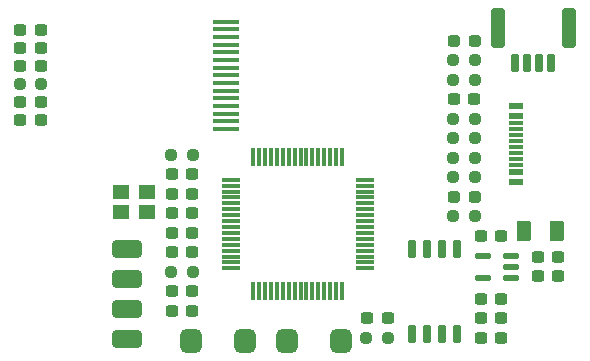
<source format=gbr>
%TF.GenerationSoftware,KiCad,Pcbnew,(7.0.0)*%
%TF.CreationDate,2023-03-01T10:12:44+08:00*%
%TF.ProjectId,DAP_Link_V0_1,4441505f-4c69-46e6-9b5f-56305f312e6b,rev?*%
%TF.SameCoordinates,Original*%
%TF.FileFunction,Paste,Top*%
%TF.FilePolarity,Positive*%
%FSLAX46Y46*%
G04 Gerber Fmt 4.6, Leading zero omitted, Abs format (unit mm)*
G04 Created by KiCad (PCBNEW (7.0.0)) date 2023-03-01 10:12:44*
%MOMM*%
%LPD*%
G01*
G04 APERTURE LIST*
G04 Aperture macros list*
%AMRoundRect*
0 Rectangle with rounded corners*
0 $1 Rounding radius*
0 $2 $3 $4 $5 $6 $7 $8 $9 X,Y pos of 4 corners*
0 Add a 4 corners polygon primitive as box body*
4,1,4,$2,$3,$4,$5,$6,$7,$8,$9,$2,$3,0*
0 Add four circle primitives for the rounded corners*
1,1,$1+$1,$2,$3*
1,1,$1+$1,$4,$5*
1,1,$1+$1,$6,$7*
1,1,$1+$1,$8,$9*
0 Add four rect primitives between the rounded corners*
20,1,$1+$1,$2,$3,$4,$5,0*
20,1,$1+$1,$4,$5,$6,$7,0*
20,1,$1+$1,$6,$7,$8,$9,0*
20,1,$1+$1,$8,$9,$2,$3,0*%
G04 Aperture macros list end*
%ADD10RoundRect,0.087500X-1.012500X-0.087500X1.012500X-0.087500X1.012500X0.087500X-1.012500X0.087500X0*%
%ADD11RoundRect,0.137500X0.525000X0.137500X-0.525000X0.137500X-0.525000X-0.137500X0.525000X-0.137500X0*%
%ADD12RoundRect,0.237500X-0.300000X-0.237500X0.300000X-0.237500X0.300000X0.237500X-0.300000X0.237500X0*%
%ADD13RoundRect,0.237500X0.300000X0.237500X-0.300000X0.237500X-0.300000X-0.237500X0.300000X-0.237500X0*%
%ADD14RoundRect,0.237500X0.250000X0.237500X-0.250000X0.237500X-0.250000X-0.237500X0.250000X-0.237500X0*%
%ADD15RoundRect,0.300000X-0.300000X-1.390000X0.300000X-1.390000X0.300000X1.390000X-0.300000X1.390000X0*%
%ADD16RoundRect,0.150000X-0.150000X-0.650000X0.150000X-0.650000X0.150000X0.650000X-0.150000X0.650000X0*%
%ADD17RoundRect,0.075000X-0.700000X-0.075000X0.700000X-0.075000X0.700000X0.075000X-0.700000X0.075000X0*%
%ADD18RoundRect,0.075000X-0.075000X-0.700000X0.075000X-0.700000X0.075000X0.700000X-0.075000X0.700000X0*%
%ADD19RoundRect,0.237500X-0.250000X-0.237500X0.250000X-0.237500X0.250000X0.237500X-0.250000X0.237500X0*%
%ADD20RoundRect,0.237500X-0.287500X-0.237500X0.287500X-0.237500X0.287500X0.237500X-0.287500X0.237500X0*%
%ADD21R,1.150000X0.600000*%
%ADD22R,1.150000X0.300000*%
%ADD23RoundRect,0.450000X-0.450000X-0.550000X0.450000X-0.550000X0.450000X0.550000X-0.450000X0.550000X0*%
%ADD24RoundRect,0.450000X0.450000X0.550000X-0.450000X0.550000X-0.450000X-0.550000X0.450000X-0.550000X0*%
%ADD25RoundRect,0.250000X-0.375000X-0.625000X0.375000X-0.625000X0.375000X0.625000X-0.375000X0.625000X0*%
%ADD26RoundRect,0.381000X0.889000X0.381000X-0.889000X0.381000X-0.889000X-0.381000X0.889000X-0.381000X0*%
%ADD27R,1.400000X1.200000*%
%ADD28RoundRect,0.150000X-0.150000X0.650000X-0.150000X-0.650000X0.150000X-0.650000X0.150000X0.650000X0*%
G04 APERTURE END LIST*
D10*
%TO.C,OLED1*%
X101600000Y-64518200D03*
X101600000Y-63868200D03*
X101600000Y-63218200D03*
X101600000Y-62568200D03*
X101600000Y-61918200D03*
X101600000Y-61268200D03*
X101600000Y-60618200D03*
X101600000Y-59968200D03*
X101600000Y-59318200D03*
X101600000Y-58668200D03*
X101600000Y-58018200D03*
X101600000Y-57368200D03*
X101600000Y-56718200D03*
X101600000Y-56068200D03*
X101600000Y-55418200D03*
%TD*%
D11*
%TO.C,U3*%
X125768500Y-77150000D03*
X125768500Y-76200000D03*
X125768500Y-75250000D03*
X123368500Y-75250000D03*
X123368500Y-77150000D03*
%TD*%
D12*
%TO.C,C5*%
X84228000Y-62195000D03*
X85953000Y-62195000D03*
%TD*%
D13*
%TO.C,C8*%
X124949500Y-82169000D03*
X123224500Y-82169000D03*
%TD*%
D14*
%TO.C,R10*%
X122713500Y-68580000D03*
X120888500Y-68580000D03*
%TD*%
D12*
%TO.C,C13*%
X113599000Y-80518000D03*
X115324000Y-80518000D03*
%TD*%
D15*
%TO.C,J1*%
X124643000Y-55979000D03*
X130643000Y-55979000D03*
D16*
X126143000Y-58939000D03*
X127143000Y-58939000D03*
X128143000Y-58939000D03*
X129143000Y-58939000D03*
%TD*%
D17*
%TO.C,U2*%
X102025000Y-68807000D03*
X102025000Y-69307000D03*
X102025000Y-69807000D03*
X102025000Y-70307000D03*
X102025000Y-70807000D03*
X102025000Y-71307000D03*
X102025000Y-71807000D03*
X102025000Y-72307000D03*
X102025000Y-72807000D03*
X102025000Y-73307000D03*
X102025000Y-73807000D03*
X102025000Y-74307000D03*
X102025000Y-74807000D03*
X102025000Y-75307000D03*
X102025000Y-75807000D03*
X102025000Y-76307000D03*
D18*
X103950000Y-78232000D03*
X104450000Y-78232000D03*
X104950000Y-78232000D03*
X105450000Y-78232000D03*
X105950000Y-78232000D03*
X106450000Y-78232000D03*
X106950000Y-78232000D03*
X107450000Y-78232000D03*
X107950000Y-78232000D03*
X108450000Y-78232000D03*
X108950000Y-78232000D03*
X109450000Y-78232000D03*
X109950000Y-78232000D03*
X110450000Y-78232000D03*
X110950000Y-78232000D03*
X111450000Y-78232000D03*
D17*
X113375000Y-76307000D03*
X113375000Y-75807000D03*
X113375000Y-75307000D03*
X113375000Y-74807000D03*
X113375000Y-74307000D03*
X113375000Y-73807000D03*
X113375000Y-73307000D03*
X113375000Y-72807000D03*
X113375000Y-72307000D03*
X113375000Y-71807000D03*
X113375000Y-71307000D03*
X113375000Y-70807000D03*
X113375000Y-70307000D03*
X113375000Y-69807000D03*
X113375000Y-69307000D03*
X113375000Y-68807000D03*
D18*
X111450000Y-66882000D03*
X110950000Y-66882000D03*
X110450000Y-66882000D03*
X109950000Y-66882000D03*
X109450000Y-66882000D03*
X108950000Y-66882000D03*
X108450000Y-66882000D03*
X107950000Y-66882000D03*
X107450000Y-66882000D03*
X106950000Y-66882000D03*
X106450000Y-66882000D03*
X105950000Y-66882000D03*
X105450000Y-66882000D03*
X104950000Y-66882000D03*
X104450000Y-66882000D03*
X103950000Y-66882000D03*
%TD*%
D19*
%TO.C,R8*%
X120888500Y-65278000D03*
X122713500Y-65278000D03*
%TD*%
D12*
%TO.C,C17*%
X128042500Y-75311000D03*
X129767500Y-75311000D03*
%TD*%
D13*
%TO.C,C4*%
X85953000Y-63719000D03*
X84228000Y-63719000D03*
%TD*%
%TO.C,C7*%
X98779500Y-73279000D03*
X97054500Y-73279000D03*
%TD*%
D20*
%TO.C,D2*%
X120926000Y-57023000D03*
X122676000Y-57023000D03*
%TD*%
D19*
%TO.C,R5*%
X97004500Y-76581000D03*
X98829500Y-76581000D03*
%TD*%
D21*
%TO.C,USB1*%
X126160999Y-68985999D03*
X126160999Y-68185999D03*
D22*
X126160999Y-67035999D03*
X126160999Y-66035999D03*
X126160999Y-65535999D03*
X126160999Y-67535999D03*
D21*
X126160999Y-62585999D03*
X126160999Y-63385999D03*
D22*
X126160999Y-64035999D03*
X126160999Y-65035999D03*
X126160999Y-66535999D03*
X126160999Y-64535999D03*
%TD*%
D13*
%TO.C,C3*%
X98779500Y-71628000D03*
X97054500Y-71628000D03*
%TD*%
D12*
%TO.C,C18*%
X123224500Y-73533000D03*
X124949500Y-73533000D03*
%TD*%
D23*
%TO.C,SW2*%
X98673000Y-82423000D03*
X103273000Y-82423000D03*
%TD*%
D19*
%TO.C,R7*%
X120888500Y-66929000D03*
X122713500Y-66929000D03*
%TD*%
%TO.C,R6*%
X113522500Y-82169000D03*
X115347500Y-82169000D03*
%TD*%
D13*
%TO.C,C10*%
X98779500Y-79883000D03*
X97054500Y-79883000D03*
%TD*%
D24*
%TO.C,SW1*%
X111401000Y-82423000D03*
X106801000Y-82423000D03*
%TD*%
D25*
%TO.C,F1*%
X126878000Y-73152000D03*
X129678000Y-73152000D03*
%TD*%
D13*
%TO.C,C14*%
X98779500Y-69977000D03*
X97054500Y-69977000D03*
%TD*%
%TO.C,C11*%
X98779500Y-78232000D03*
X97054500Y-78232000D03*
%TD*%
D19*
%TO.C,R3*%
X120888500Y-58674000D03*
X122713500Y-58674000D03*
%TD*%
D14*
%TO.C,R11*%
X122713500Y-60325000D03*
X120888500Y-60325000D03*
%TD*%
D13*
%TO.C,C12*%
X98779500Y-68326000D03*
X97054500Y-68326000D03*
%TD*%
%TO.C,C2*%
X85953000Y-57623000D03*
X84228000Y-57623000D03*
%TD*%
%TO.C,C1*%
X85953000Y-59147000D03*
X84228000Y-59147000D03*
%TD*%
D19*
%TO.C,R4*%
X97004500Y-66675000D03*
X98829500Y-66675000D03*
%TD*%
D12*
%TO.C,C9*%
X97054500Y-74930000D03*
X98779500Y-74930000D03*
%TD*%
D26*
%TO.C,J2*%
X93218000Y-82296000D03*
X93218000Y-79756000D03*
X93218000Y-77216000D03*
X93218000Y-74676000D03*
%TD*%
D19*
%TO.C,R9*%
X120888500Y-63627000D03*
X122713500Y-63627000D03*
%TD*%
%TO.C,R1*%
X84178000Y-60671000D03*
X86003000Y-60671000D03*
%TD*%
D13*
%TO.C,C6*%
X85953000Y-56099000D03*
X84228000Y-56099000D03*
%TD*%
D12*
%TO.C,C19*%
X123224500Y-78867000D03*
X124949500Y-78867000D03*
%TD*%
D27*
%TO.C,Y1*%
X94959499Y-69848999D03*
X92759499Y-69848999D03*
X92759499Y-71548999D03*
X94959499Y-71548999D03*
%TD*%
D14*
%TO.C,R2*%
X122713500Y-71882000D03*
X120888500Y-71882000D03*
%TD*%
D28*
%TO.C,U1*%
X121166000Y-74632000D03*
X119896000Y-74632000D03*
X118626000Y-74632000D03*
X117356000Y-74632000D03*
X117356000Y-81832000D03*
X118626000Y-81832000D03*
X119896000Y-81832000D03*
X121166000Y-81832000D03*
%TD*%
D12*
%TO.C,C15*%
X120938500Y-61976000D03*
X122663500Y-61976000D03*
%TD*%
%TO.C,C16*%
X128042500Y-76962000D03*
X129767500Y-76962000D03*
%TD*%
%TO.C,C20*%
X123224500Y-80518000D03*
X124949500Y-80518000D03*
%TD*%
D20*
%TO.C,D1*%
X120926000Y-70231000D03*
X122676000Y-70231000D03*
%TD*%
M02*

</source>
